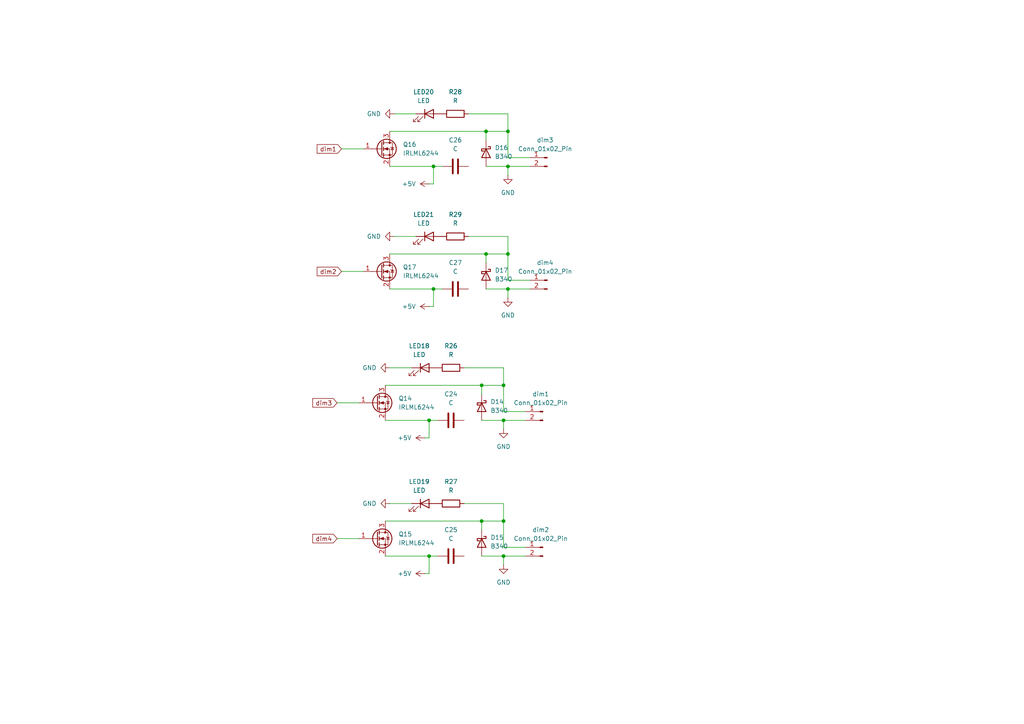
<source format=kicad_sch>
(kicad_sch (version 20231120) (generator "eeschema") (generator_version "8.0")
  (paper "A4")
  (lib_symbols
    (symbol "Connector:Conn_01x02_Pin" (pin_names (offset 1.016) hide)
      (property "Reference" "J" (at 0 2.54 0))
      (property "Value" "Conn_01x02_Pin" (at 0 -5.08 0))
      (symbol "Conn_01x02_Pin_1_1"
        (polyline (pts (xy 1.27 -2.54) (xy 0.8636 -2.54)) (stroke (width 0.1524)))
        (polyline (pts (xy 1.27 0) (xy 0.8636 0)) (stroke (width 0.1524)))
        (rectangle (start 0.8636 -2.413) (end 0 -2.667) (stroke (width 0.1524)) (fill (type outline)))
        (rectangle (start 0.8636 0.127) (end 0 -0.127) (stroke (width 0.1524)) (fill (type outline)))
        (pin passive line (at 5.08 0 180) (length 3.81) (name "Pin_1") (number "1"))
        (pin passive line (at 5.08 -2.54 180) (length 3.81) (name "Pin_2") (number "2"))
      )
    )
    (symbol "Device:C" (pin_numbers hide) (pin_names (offset 0.254))
      (property "Reference" "C" (at 0.635 2.54 0))
      (property "Value" "C" (at 0.635 -2.54 0))
      (symbol "C_0_1"
        (polyline (pts (xy -2.032 -0.762) (xy 2.032 -0.762)) (stroke (width 0.508)))
        (polyline (pts (xy -2.032 0.762) (xy 2.032 0.762)) (stroke (width 0.508)))
      )
      (symbol "C_1_1"
        (pin passive line (at 0 3.81 270) (length 2.794) (name "~") (number "1"))
        (pin passive line (at 0 -3.81 90) (length 2.794) (name "~") (number "2"))
      )
    )
    (symbol "Device:LED" (pin_numbers hide) (pin_names (offset 1.016) hide)
      (property "Reference" "D" (at 0 2.54 0))
      (property "Value" "LED" (at 0 -2.54 0))
      (symbol "LED_0_1"
        (polyline (pts (xy -1.27 -1.27) (xy -1.27 1.27)) (stroke (width 0.254)))
        (polyline (pts (xy -1.27 0) (xy 1.27 0)))
        (polyline (pts (xy 1.27 -1.27) (xy 1.27 1.27) (xy -1.27 0) (xy 1.27 -1.27)) (stroke (width 0.254)))
        (polyline (pts (xy -3.048 -0.762) (xy -4.572 -2.286) (xy -3.81 -2.286) (xy -4.572 -2.286) (xy -4.572 -1.524)))
        (polyline (pts (xy -1.778 -0.762) (xy -3.302 -2.286) (xy -2.54 -2.286) (xy -3.302 -2.286) (xy -3.302 -1.524)))
      )
      (symbol "LED_1_1"
        (pin passive line (at -3.81 0 0) (length 2.54) (name "K") (number "1"))
        (pin passive line (at 3.81 0 180) (length 2.54) (name "A") (number "2"))
      )
    )
    (symbol "Device:R" (pin_numbers hide) (pin_names (offset 0))
      (property "Reference" "R" (at 2.032 0 90))
      (property "Value" "R" (at 0 0 90))
      (symbol "R_0_1"
        (rectangle (start -1.016 -2.54) (end 1.016 2.54) (stroke (width 0.254)))
      )
      (symbol "R_1_1"
        (pin passive line (at 0 3.81 270) (length 1.27) (name "~") (number "1"))
        (pin passive line (at 0 -3.81 90) (length 1.27) (name "~") (number "2"))
      )
    )
    (symbol "Diode:B340" (pin_numbers hide) (pin_names (offset 1.016) hide)
      (property "Reference" "D" (at 0 2.54 0))
      (property "Value" "B340" (at 0 -2.54 0))
      (symbol "B340_0_1"
        (polyline (pts (xy 1.27 0) (xy -1.27 0)))
        (polyline (pts (xy 1.27 1.27) (xy 1.27 -1.27) (xy -1.27 0) (xy 1.27 1.27)) (stroke (width 0.254)))
        (polyline (pts (xy -1.905 0.635) (xy -1.905 1.27) (xy -1.27 1.27) (xy -1.27 -1.27) (xy -0.635 -1.27) (xy -0.635 -0.635)) (stroke (width 0.254)))
      )
      (symbol "B340_1_1"
        (pin passive line (at -3.81 0 0) (length 2.54) (name "K") (number "1"))
        (pin passive line (at 3.81 0 180) (length 2.54) (name "A") (number "2"))
      )
    )
    (symbol "Transistor_FET:IRLML6244" (pin_names hide)
      (property "Reference" "Q" (at 5.08 1.905 0))
      (property "Value" "IRLML6244" (at 5.08 0 0))
      (symbol "IRLML6244_0_1"
        (polyline (pts (xy 0.254 0) (xy -2.54 0)))
        (polyline (pts (xy 0.254 1.905) (xy 0.254 -1.905)) (stroke (width 0.254)))
        (polyline (pts (xy 0.762 -1.27) (xy 0.762 -2.286)) (stroke (width 0.254)))
        (polyline (pts (xy 0.762 0.508) (xy 0.762 -0.508)) (stroke (width 0.254)))
        (polyline (pts (xy 0.762 2.286) (xy 0.762 1.27)) (stroke (width 0.254)))
        (polyline (pts (xy 2.54 2.54) (xy 2.54 1.778)))
        (polyline (pts (xy 2.54 -2.54) (xy 2.54 0) (xy 0.762 0)))
        (polyline (pts (xy 0.762 -1.778) (xy 3.302 -1.778) (xy 3.302 1.778) (xy 0.762 1.778)))
        (polyline (pts (xy 1.016 0) (xy 2.032 0.381) (xy 2.032 -0.381) (xy 1.016 0)) (fill (type outline)))
        (polyline (pts (xy 2.794 0.508) (xy 2.921 0.381) (xy 3.683 0.381) (xy 3.81 0.254)))
        (polyline (pts (xy 3.302 0.381) (xy 2.921 -0.254) (xy 3.683 -0.254) (xy 3.302 0.381)))
        (circle (center 1.651 0) (radius 2.794) (stroke (width 0.254)))
        (circle (center 2.54 -1.778) (radius 0.254) (fill (type outline)))
        (circle (center 2.54 1.778) (radius 0.254) (fill (type outline)))
      )
      (symbol "IRLML6244_1_1"
        (pin input line (at -5.08 0 0) (length 2.54) (name "G") (number "1"))
        (pin passive line (at 2.54 -5.08 90) (length 2.54) (name "S") (number "2"))
        (pin passive line (at 2.54 5.08 270) (length 2.54) (name "D") (number "3"))
      )
    )
    (symbol "power:+5V" (power) (pin_numbers hide) (pin_names (offset 0) hide)
      (property "Value" "+5V" (at 0 3.556 0))
      (symbol "+5V_0_1"
        (polyline (pts (xy -0.762 1.27) (xy 0 2.54)))
        (polyline (pts (xy 0 0) (xy 0 2.54)))
        (polyline (pts (xy 0 2.54) (xy 0.762 1.27)))
      )
      (symbol "+5V_1_1"
        (pin power_in line (at 0 0 90) (length 0) (name "~") (number "1"))
      )
    )
    (symbol "power:GND" (power) (pin_numbers hide) (pin_names (offset 0) hide)
      (property "Value" "GND" (at 0 -3.81 0))
      (symbol "GND_0_1"
        (polyline (pts (xy 0 0) (xy 0 -1.27) (xy 1.27 -1.27) (xy 0 -2.54) (xy -1.27 -1.27) (xy 0 -1.27)))
      )
      (symbol "GND_1_1"
        (pin power_in line (at 0 0 270) (length 0) (name "~") (number "1"))
      )
    )
  )
  (junction (at 146.05 161.29))
  (junction (at 125.73 48.26))
  (junction (at 146.05 151.13))
  (junction (at 147.32 38.1))
  (junction (at 139.7 151.13))
  (junction (at 146.05 121.92))
  (junction (at 146.05 111.76))
  (junction (at 147.32 48.26))
  (junction (at 139.7 111.76))
  (junction (at 147.32 83.82))
  (junction (at 147.32 73.66))
  (junction (at 140.97 73.66))
  (junction (at 124.46 161.29))
  (junction (at 125.73 83.82))
  (junction (at 124.46 121.92))
  (junction (at 140.97 38.1))
  (wire (pts (xy 124.46 53.34) (xy 125.73 53.34)))
  (wire (pts (xy 111.76 161.29) (xy 124.46 161.29)))
  (wire (pts (xy 124.46 166.37) (xy 124.46 161.29)))
  (wire (pts (xy 124.46 161.29) (xy 127 161.29)))
  (wire (pts (xy 146.05 111.76) (xy 146.05 119.38)))
  (wire (pts (xy 125.73 48.26) (xy 128.27 48.26)))
  (wire (pts (xy 147.32 73.66) (xy 147.32 81.28)))
  (wire (pts (xy 140.97 38.1) (xy 140.97 40.64)))
  (wire (pts (xy 114.3 33.02) (xy 120.65 33.02)))
  (wire (pts (xy 123.19 166.37) (xy 124.46 166.37)))
  (wire (pts (xy 146.05 106.68) (xy 146.05 111.76)))
  (wire (pts (xy 123.19 127) (xy 124.46 127)))
  (wire (pts (xy 139.7 151.13) (xy 139.7 153.67)))
  (wire (pts (xy 146.05 151.13) (xy 146.05 158.75)))
  (wire (pts (xy 104.14 116.84) (xy 97.79 116.84)))
  (wire (pts (xy 146.05 146.05) (xy 146.05 151.13)))
  (wire (pts (xy 139.7 151.13) (xy 146.05 151.13)))
  (wire (pts (xy 146.05 158.75) (xy 152.4 158.75)))
  (wire (pts (xy 124.46 121.92) (xy 127 121.92)))
  (wire (pts (xy 111.76 151.13) (xy 139.7 151.13)))
  (wire (pts (xy 147.32 33.02) (xy 147.32 38.1)))
  (wire (pts (xy 104.14 156.21) (xy 97.79 156.21)))
  (wire (pts (xy 113.03 106.68) (xy 119.38 106.68)))
  (wire (pts (xy 113.03 73.66) (xy 140.97 73.66)))
  (wire (pts (xy 139.7 121.92) (xy 146.05 121.92)))
  (wire (pts (xy 135.89 33.02) (xy 147.32 33.02)))
  (wire (pts (xy 140.97 73.66) (xy 140.97 76.2)))
  (wire (pts (xy 147.32 48.26) (xy 147.32 50.8)))
  (wire (pts (xy 113.03 146.05) (xy 119.38 146.05)))
  (wire (pts (xy 147.32 68.58) (xy 147.32 73.66)))
  (wire (pts (xy 147.32 83.82) (xy 147.32 86.36)))
  (wire (pts (xy 146.05 119.38) (xy 152.4 119.38)))
  (wire (pts (xy 139.7 111.76) (xy 146.05 111.76)))
  (wire (pts (xy 140.97 38.1) (xy 147.32 38.1)))
  (wire (pts (xy 146.05 121.92) (xy 146.05 124.46)))
  (wire (pts (xy 147.32 45.72) (xy 153.67 45.72)))
  (wire (pts (xy 125.73 88.9) (xy 125.73 83.82)))
  (wire (pts (xy 139.7 111.76) (xy 139.7 114.3)))
  (wire (pts (xy 124.46 127) (xy 124.46 121.92)))
  (wire (pts (xy 113.03 48.26) (xy 125.73 48.26)))
  (wire (pts (xy 125.73 53.34) (xy 125.73 48.26)))
  (wire (pts (xy 105.41 78.74) (xy 99.06 78.74)))
  (wire (pts (xy 113.03 83.82) (xy 125.73 83.82)))
  (wire (pts (xy 105.41 43.18) (xy 99.06 43.18)))
  (wire (pts (xy 147.32 38.1) (xy 147.32 45.72)))
  (wire (pts (xy 125.73 83.82) (xy 128.27 83.82)))
  (wire (pts (xy 111.76 111.76) (xy 139.7 111.76)))
  (wire (pts (xy 152.4 121.92) (xy 146.05 121.92)))
  (wire (pts (xy 147.32 81.28) (xy 153.67 81.28)))
  (wire (pts (xy 134.62 106.68) (xy 146.05 106.68)))
  (wire (pts (xy 153.67 48.26) (xy 147.32 48.26)))
  (wire (pts (xy 114.3 68.58) (xy 120.65 68.58)))
  (wire (pts (xy 135.89 68.58) (xy 147.32 68.58)))
  (wire (pts (xy 153.67 83.82) (xy 147.32 83.82)))
  (wire (pts (xy 146.05 161.29) (xy 146.05 163.83)))
  (wire (pts (xy 139.7 161.29) (xy 146.05 161.29)))
  (wire (pts (xy 140.97 83.82) (xy 147.32 83.82)))
  (wire (pts (xy 134.62 146.05) (xy 146.05 146.05)))
  (wire (pts (xy 140.97 48.26) (xy 147.32 48.26)))
  (wire (pts (xy 152.4 161.29) (xy 146.05 161.29)))
  (wire (pts (xy 111.76 121.92) (xy 124.46 121.92)))
  (wire (pts (xy 113.03 38.1) (xy 140.97 38.1)))
  (wire (pts (xy 140.97 73.66) (xy 147.32 73.66)))
  (wire (pts (xy 124.46 88.9) (xy 125.73 88.9)))
  (global_label "dim2" (shape input) (at 99.06 78.74 180) (property "Intersheetrefs" "${INTERSHEET_REFS}" (effects (hide yes))))
  (global_label "dim3" (shape input) (at 97.79 116.84 180) (property "Intersheetrefs" "${INTERSHEET_REFS}" (effects (hide yes))))
  (global_label "dim1" (shape input) (at 99.06 43.18 180) (property "Intersheetrefs" "${INTERSHEET_REFS}" (effects (hide yes))))
  (global_label "dim4" (shape input) (at 97.79 156.21 180) (property "Intersheetrefs" "${INTERSHEET_REFS}" (effects (hide yes))))
  (symbol (lib_id "Device:C") (at 130.81 161.29 270) (unit 1)
    (property "Reference" "C25" (at 130.81 153.67 90))
    (property "Value" "C" (at 130.81 156.21 90))
    (property "Footprint" "Capacitor_SMD:C_0805_2012Metric_Pad1.18x1.45mm_HandSolder" (effects (hide yes)))
    (property "Description" "Unpolarized capacitor" (effects (hide yes)))
  )
  (symbol (lib_id "power:GND") (at 113.03 106.68 270) (unit 1)
    (property "Reference" "#PWR095" (effects (hide yes)))
    (property "Value" "GND" (at 109.22 106.6799 90) (effects (justify right)))
    (property "Description" "Power symbol creates a global label with name \"GND\" , ground" (effects (hide yes)))
  )
  (symbol (lib_id "Connector:Conn_01x02_Pin") (at 158.75 81.28 0) (mirror y) (unit 1)
    (property "Reference" "dim4" (at 158.115 76.2 0))
    (property "Value" "Conn_01x02_Pin" (at 158.115 78.74 0))
    (property "Footprint" "Connector_JST:JST_XH_S2B-XH-A_1x02_P2.50mm_Horizontal" (effects (hide yes)))
    (property "Description" "Generic connector, single row, 01x02, script generated" (effects (hide yes)))
  )
  (symbol (lib_id "power:GND") (at 146.05 124.46 0) (unit 1)
    (property "Reference" "#PWR0103" (effects (hide yes)))
    (property "Value" "GND" (at 146.05 129.54 0))
    (property "Description" "Power symbol creates a global label with name \"GND\" , ground" (effects (hide yes)))
  )
  (symbol (lib_id "Device:R") (at 130.81 146.05 90) (unit 1)
    (property "Reference" "R27" (at 130.81 139.7 90))
    (property "Value" "R" (at 130.81 142.24 90))
    (property "Footprint" "Resistor_SMD:R_0805_2012Metric_Pad1.20x1.40mm_HandSolder" (effects (hide yes)))
    (property "Description" "Resistor" (effects (hide yes)))
  )
  (symbol (lib_id "power:GND") (at 114.3 68.58 270) (unit 1)
    (property "Reference" "#PWR098" (effects (hide yes)))
    (property "Value" "GND" (at 110.49 68.5799 90) (effects (justify right)))
    (property "Description" "Power symbol creates a global label with name \"GND\" , ground" (effects (hide yes)))
  )
  (symbol (lib_id "Device:C") (at 132.08 48.26 270) (unit 1)
    (property "Reference" "C26" (at 132.08 40.64 90))
    (property "Value" "C" (at 132.08 43.18 90))
    (property "Footprint" "Capacitor_SMD:C_0805_2012Metric_Pad1.18x1.45mm_HandSolder" (effects (hide yes)))
    (property "Description" "Unpolarized capacitor" (effects (hide yes)))
  )
  (symbol (lib_id "power:+5V") (at 123.19 127 90) (unit 1)
    (property "Reference" "#PWR099" (effects (hide yes)))
    (property "Value" "+5V" (at 119.38 126.9999 90) (effects (justify left)))
    (property "Description" "Power symbol creates a global label with name \"+5V\"" (effects (hide yes)))
  )
  (symbol (lib_id "Transistor_FET:IRLML6244") (at 110.49 78.74 0) (unit 1)
    (property "Reference" "Q17" (at 116.84 77.4699 0) (effects (justify left)))
    (property "Value" "IRLML6244" (at 116.84 80.0099 0) (effects (justify left)))
    (property "Footprint" "Package_TO_SOT_SMD:SOT-23" (effects (hide yes)))
    (property "Datasheet" "https://www.infineon.com/dgdl/Infineon-IRLML6244-DataSheet-v01_01-EN.pdf?fileId=5546d462533600a4015356686fed261f" (effects (hide yes)))
    (property "Description" "6.3A Id, 20V Vds, 21mOhm Rds, N-Channel StrongIRFET Power MOSFET, SOT-23" (effects (hide yes)))
  )
  (symbol (lib_id "power:GND") (at 146.05 163.83 0) (unit 1)
    (property "Reference" "#PWR0104" (effects (hide yes)))
    (property "Value" "GND" (at 146.05 168.91 0))
    (property "Description" "Power symbol creates a global label with name \"GND\" , ground" (effects (hide yes)))
  )
  (symbol (lib_id "Device:LED") (at 123.19 146.05 0) (unit 1)
    (property "Reference" "LED19" (at 121.6025 139.7 0))
    (property "Value" "LED" (at 121.6025 142.24 0))
    (property "Footprint" "LED_SMD:LED_0805_2012Metric_Pad1.15x1.40mm_HandSolder" (effects (hide yes)))
    (property "Description" "Light emitting diode" (effects (hide yes)))
  )
  (symbol (lib_id "Device:C") (at 130.81 121.92 270) (unit 1)
    (property "Reference" "C24" (at 130.81 114.3 90))
    (property "Value" "C" (at 130.81 116.84 90))
    (property "Footprint" "Capacitor_SMD:C_0805_2012Metric_Pad1.18x1.45mm_HandSolder" (effects (hide yes)))
    (property "Description" "Unpolarized capacitor" (effects (hide yes)))
  )
  (symbol (lib_id "Device:R") (at 132.08 33.02 90) (unit 1)
    (property "Reference" "R28" (at 132.08 26.67 90))
    (property "Value" "R" (at 132.08 29.21 90))
    (property "Footprint" "Resistor_SMD:R_0805_2012Metric_Pad1.20x1.40mm_HandSolder" (effects (hide yes)))
    (property "Description" "Resistor" (effects (hide yes)))
  )
  (symbol (lib_id "Diode:B340") (at 140.97 80.01 270) (unit 1)
    (property "Reference" "D17" (at 143.51 78.4224 90) (effects (justify left)))
    (property "Value" "B340" (at 143.51 80.9624 90) (effects (justify left)))
    (property "Footprint" "Diode_SMD:D_SMC" (effects (hide yes)))
    (property "Datasheet" "http://www.jameco.com/Jameco/Products/ProdDS/1538777.pdf" (effects (hide yes)))
    (property "Description" "40V 3A Schottky Barrier Rectifier Diode, SMC" (effects (hide yes)))
  )
  (symbol (lib_id "power:+5V") (at 123.19 166.37 90) (unit 1)
    (property "Reference" "#PWR0100" (effects (hide yes)))
    (property "Value" "+5V" (at 119.38 166.3699 90) (effects (justify left)))
    (property "Description" "Power symbol creates a global label with name \"+5V\"" (effects (hide yes)))
  )
  (symbol (lib_id "power:GND") (at 147.32 86.36 0) (unit 1)
    (property "Reference" "#PWR0106" (effects (hide yes)))
    (property "Value" "GND" (at 147.32 91.44 0))
    (property "Description" "Power symbol creates a global label with name \"GND\" , ground" (effects (hide yes)))
  )
  (symbol (lib_id "Diode:B340") (at 139.7 157.48 270) (unit 1)
    (property "Reference" "D15" (at 142.24 155.8924 90) (effects (justify left)))
    (property "Value" "B340" (at 142.24 158.4324 90) (effects (justify left)))
    (property "Footprint" "Diode_SMD:D_SMC" (effects (hide yes)))
    (property "Datasheet" "http://www.jameco.com/Jameco/Products/ProdDS/1538777.pdf" (effects (hide yes)))
    (property "Description" "40V 3A Schottky Barrier Rectifier Diode, SMC" (effects (hide yes)))
  )
  (symbol (lib_id "Device:LED") (at 123.19 106.68 0) (unit 1)
    (property "Reference" "LED18" (at 121.6025 100.33 0))
    (property "Value" "LED" (at 121.6025 102.87 0))
    (property "Footprint" "LED_SMD:LED_0805_2012Metric_Pad1.15x1.40mm_HandSolder" (effects (hide yes)))
    (property "Description" "Light emitting diode" (effects (hide yes)))
  )
  (symbol (lib_id "power:+5V") (at 124.46 53.34 90) (unit 1)
    (property "Reference" "#PWR0101" (effects (hide yes)))
    (property "Value" "+5V" (at 120.65 53.3399 90) (effects (justify left)))
    (property "Description" "Power symbol creates a global label with name \"+5V\"" (effects (hide yes)))
  )
  (symbol (lib_id "Transistor_FET:IRLML6244") (at 110.49 43.18 0) (unit 1)
    (property "Reference" "Q16" (at 116.84 41.9099 0) (effects (justify left)))
    (property "Value" "IRLML6244" (at 116.84 44.4499 0) (effects (justify left)))
    (property "Footprint" "Package_TO_SOT_SMD:SOT-23" (effects (hide yes)))
    (property "Datasheet" "https://www.infineon.com/dgdl/Infineon-IRLML6244-DataSheet-v01_01-EN.pdf?fileId=5546d462533600a4015356686fed261f" (effects (hide yes)))
    (property "Description" "6.3A Id, 20V Vds, 21mOhm Rds, N-Channel StrongIRFET Power MOSFET, SOT-23" (effects (hide yes)))
  )
  (symbol (lib_id "Diode:B340") (at 140.97 44.45 270) (unit 1)
    (property "Reference" "D16" (at 143.51 42.8624 90) (effects (justify left)))
    (property "Value" "B340" (at 143.51 45.4024 90) (effects (justify left)))
    (property "Footprint" "Diode_SMD:D_SMC" (effects (hide yes)))
    (property "Datasheet" "http://www.jameco.com/Jameco/Products/ProdDS/1538777.pdf" (effects (hide yes)))
    (property "Description" "40V 3A Schottky Barrier Rectifier Diode, SMC" (effects (hide yes)))
  )
  (symbol (lib_id "Transistor_FET:IRLML6244") (at 109.22 116.84 0) (unit 1)
    (property "Reference" "Q14" (at 115.57 115.5699 0) (effects (justify left)))
    (property "Value" "IRLML6244" (at 115.57 118.1099 0) (effects (justify left)))
    (property "Footprint" "Package_TO_SOT_SMD:SOT-23" (effects (hide yes)))
    (property "Datasheet" "https://www.infineon.com/dgdl/Infineon-IRLML6244-DataSheet-v01_01-EN.pdf?fileId=5546d462533600a4015356686fed261f" (effects (hide yes)))
    (property "Description" "6.3A Id, 20V Vds, 21mOhm Rds, N-Channel StrongIRFET Power MOSFET, SOT-23" (effects (hide yes)))
  )
  (symbol (lib_id "Device:R") (at 132.08 68.58 90) (unit 1)
    (property "Reference" "R29" (at 132.08 62.23 90))
    (property "Value" "R" (at 132.08 64.77 90))
    (property "Footprint" "Resistor_SMD:R_0805_2012Metric_Pad1.20x1.40mm_HandSolder" (effects (hide yes)))
    (property "Description" "Resistor" (effects (hide yes)))
  )
  (symbol (lib_id "Transistor_FET:IRLML6244") (at 109.22 156.21 0) (unit 1)
    (property "Reference" "Q15" (at 115.57 154.9399 0) (effects (justify left)))
    (property "Value" "IRLML6244" (at 115.57 157.4799 0) (effects (justify left)))
    (property "Footprint" "Package_TO_SOT_SMD:SOT-23" (effects (hide yes)))
    (property "Datasheet" "https://www.infineon.com/dgdl/Infineon-IRLML6244-DataSheet-v01_01-EN.pdf?fileId=5546d462533600a4015356686fed261f" (effects (hide yes)))
    (property "Description" "6.3A Id, 20V Vds, 21mOhm Rds, N-Channel StrongIRFET Power MOSFET, SOT-23" (effects (hide yes)))
  )
  (symbol (lib_id "power:GND") (at 113.03 146.05 270) (unit 1)
    (property "Reference" "#PWR096" (effects (hide yes)))
    (property "Value" "GND" (at 109.22 146.0499 90) (effects (justify right)))
    (property "Description" "Power symbol creates a global label with name \"GND\" , ground" (effects (hide yes)))
  )
  (symbol (lib_id "Device:R") (at 130.81 106.68 90) (unit 1)
    (property "Reference" "R26" (at 130.81 100.33 90))
    (property "Value" "R" (at 130.81 102.87 90))
    (property "Footprint" "Resistor_SMD:R_0805_2012Metric_Pad1.20x1.40mm_HandSolder" (effects (hide yes)))
    (property "Description" "Resistor" (effects (hide yes)))
  )
  (symbol (lib_id "power:GND") (at 147.32 50.8 0) (unit 1)
    (property "Reference" "#PWR0105" (effects (hide yes)))
    (property "Value" "GND" (at 147.32 55.88 0))
    (property "Description" "Power symbol creates a global label with name \"GND\" , ground" (effects (hide yes)))
  )
  (symbol (lib_id "Connector:Conn_01x02_Pin") (at 158.75 45.72 0) (mirror y) (unit 1)
    (property "Reference" "dim3" (at 158.115 40.64 0))
    (property "Value" "Conn_01x02_Pin" (at 158.115 43.18 0))
    (property "Footprint" "Connector_JST:JST_XH_S2B-XH-A_1x02_P2.50mm_Horizontal" (effects (hide yes)))
    (property "Description" "Generic connector, single row, 01x02, script generated" (effects (hide yes)))
  )
  (symbol (lib_id "Diode:B340") (at 139.7 118.11 270) (unit 1)
    (property "Reference" "D14" (at 142.24 116.5224 90) (effects (justify left)))
    (property "Value" "B340" (at 142.24 119.0624 90) (effects (justify left)))
    (property "Footprint" "Diode_SMD:D_SMC" (effects (hide yes)))
    (property "Datasheet" "http://www.jameco.com/Jameco/Products/ProdDS/1538777.pdf" (effects (hide yes)))
    (property "Description" "40V 3A Schottky Barrier Rectifier Diode, SMC" (effects (hide yes)))
  )
  (symbol (lib_id "Connector:Conn_01x02_Pin") (at 157.48 119.38 0) (mirror y) (unit 1)
    (property "Reference" "dim1" (at 156.845 114.3 0))
    (property "Value" "Conn_01x02_Pin" (at 156.845 116.84 0))
    (property "Footprint" "Connector_JST:JST_XH_S2B-XH-A_1x02_P2.50mm_Horizontal" (effects (hide yes)))
    (property "Description" "Generic connector, single row, 01x02, script generated" (effects (hide yes)))
  )
  (symbol (lib_id "Device:LED") (at 124.46 33.02 0) (unit 1)
    (property "Reference" "LED20" (at 122.8725 26.67 0))
    (property "Value" "LED" (at 122.8725 29.21 0))
    (property "Footprint" "LED_SMD:LED_0805_2012Metric_Pad1.15x1.40mm_HandSolder" (effects (hide yes)))
    (property "Description" "Light emitting diode" (effects (hide yes)))
  )
  (symbol (lib_id "Device:C") (at 132.08 83.82 270) (unit 1)
    (property "Reference" "C27" (at 132.08 76.2 90))
    (property "Value" "C" (at 132.08 78.74 90))
    (property "Footprint" "Capacitor_SMD:C_0805_2012Metric_Pad1.18x1.45mm_HandSolder" (effects (hide yes)))
    (property "Description" "Unpolarized capacitor" (effects (hide yes)))
  )
  (symbol (lib_id "power:GND") (at 114.3 33.02 270) (unit 1)
    (property "Reference" "#PWR097" (effects (hide yes)))
    (property "Value" "GND" (at 110.49 33.0199 90) (effects (justify right)))
    (property "Description" "Power symbol creates a global label with name \"GND\" , ground" (effects (hide yes)))
  )
  (symbol (lib_id "Connector:Conn_01x02_Pin") (at 157.48 158.75 0) (mirror y) (unit 1)
    (property "Reference" "dim2" (at 156.845 153.67 0))
    (property "Value" "Conn_01x02_Pin" (at 156.845 156.21 0))
    (property "Footprint" "Connector_JST:JST_XH_S2B-XH-A_1x02_P2.50mm_Horizontal" (effects (hide yes)))
    (property "Description" "Generic connector, single row, 01x02, script generated" (effects (hide yes)))
  )
  (symbol (lib_id "Device:LED") (at 124.46 68.58 0) (unit 1)
    (property "Reference" "LED21" (at 122.8725 62.23 0))
    (property "Value" "LED" (at 122.8725 64.77 0))
    (property "Footprint" "LED_SMD:LED_0805_2012Metric_Pad1.15x1.40mm_HandSolder" (effects (hide yes)))
    (property "Description" "Light emitting diode" (effects (hide yes)))
  )
  (symbol (lib_id "power:+5V") (at 124.46 88.9 90) (unit 1)
    (property "Reference" "#PWR0102" (effects (hide yes)))
    (property "Value" "+5V" (at 120.65 88.8999 90) (effects (justify left)))
    (property "Description" "Power symbol creates a global label with name \"+5V\"" (effects (hide yes)))
  )
)
</source>
